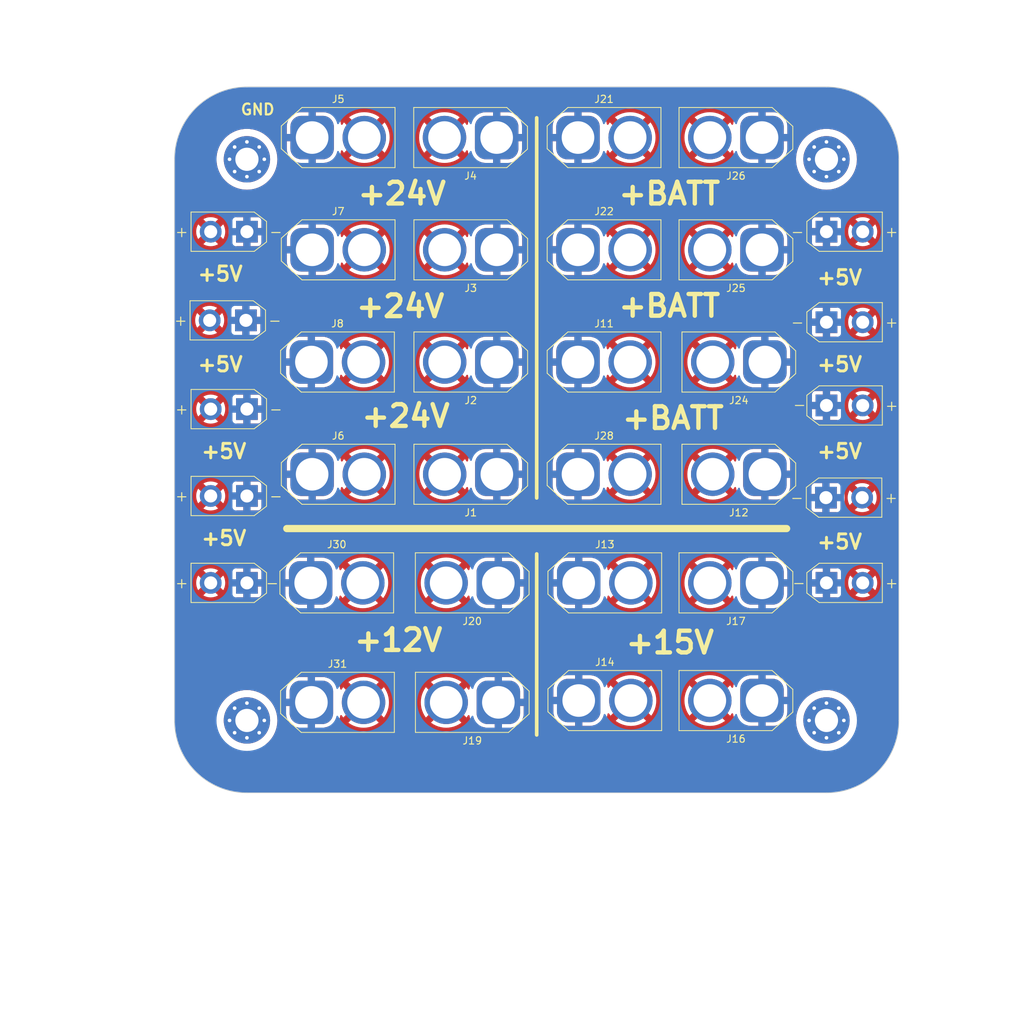
<source format=kicad_pcb>
(kicad_pcb (version 20240108) (generator "pcbnew") (generator_version "8.0")
  (title_block (title "Terminal block") (rev "1") (company "Xplore") (comment 1 "Pedro Conde"))
  (layers (0 "F.Cu" signal) (31 "B.Cu" signal) (34 "B.Paste" user) (35 "F.Paste" user) (36 "B.SilkS" user "B.Silkscreen") (37 "F.SilkS" user "F.Silkscreen") (38 "B.Mask" user) (39 "F.Mask" user) (44 "Edge.Cuts" user))
  (net 0 "")
  (net 1 "GND")
  (net 2 "+24V")
  (net 3 "+BATT")
  (net 4 "+15V")
  (net 5 "+5V")
  (net 6 "+12V")
  (footprint "Connector_AMASS:AMASS_XT60-F_1x02_P7.20mm_Vertical" (layer "F.Cu") (at 170.7 50.5)
    (property "Reference" "J21" (at 3.6 -5.3 180) (layer "F.SilkS"))
    (property "Value" "XT60F")
    (fp_line (start -4.25 -1.6) (end -4.25 1.55) (stroke (width 0.12)) (layer "F.SilkS"))
    (fp_line (start -4.25 1.55) (end -1.4 4.15) (stroke (width 0.12)) (layer "F.SilkS"))
    (fp_line (start -1.4 -4.15) (end -4.25 -1.6) (stroke (width 0.12)) (layer "F.SilkS"))
    (fp_line (start -1.4 4.15) (end 11.45 4.15) (stroke (width 0.12)) (layer "F.SilkS"))
    (fp_line (start 11.45 -4.15) (end -1.4 -4.15) (stroke (width 0.12)) (layer "F.SilkS"))
    (fp_line (start 11.45 4.15) (end 11.45 -4.15) (stroke (width 0.12)) (layer "F.SilkS"))
    (pad "1" thru_hole roundrect (at 0 0) (size 6 6) (drill 4.5) (layers "*.Cu" "*.Mask") (net 1 "GND"))
    (pad "2" thru_hole circle (at 7.2 0) (size 6 6) (drill 4.5) (layers "*.Cu" "*.Mask") (net 3 "+BATT"))
  )
  (footprint "Connector_AMASS:AMASS_XT60-F_1x02_P7.20mm_Vertical" (layer "F.Cu") (at 133.8 112)
    (property "Reference" "J30" (at 3.6 -5.3 180) (layer "F.SilkS"))
    (property "Value" "XT60F")
    (fp_line (start -4.25 -1.6) (end -4.25 1.55) (stroke (width 0.12)) (layer "F.SilkS"))
    (fp_line (start -4.25 1.55) (end -1.4 4.15) (stroke (width 0.12)) (layer "F.SilkS"))
    (fp_line (start -1.4 -4.15) (end -4.25 -1.6) (stroke (width 0.12)) (layer "F.SilkS"))
    (fp_line (start -1.4 4.15) (end 11.45 4.15) (stroke (width 0.12)) (layer "F.SilkS"))
    (fp_line (start 11.45 -4.15) (end -1.4 -4.15) (stroke (width 0.12)) (layer "F.SilkS"))
    (fp_line (start 11.45 4.15) (end 11.45 -4.15) (stroke (width 0.12)) (layer "F.SilkS"))
    (pad "1" thru_hole roundrect (at 0 0) (size 6 6) (drill 4.5) (layers "*.Cu" "*.Mask") (net 1 "GND"))
    (pad "2" thru_hole circle (at 7.2 0) (size 6 6) (drill 4.5) (layers "*.Cu" "*.Mask") (net 6 "+12V"))
  )
  (footprint "Connector_AMASS:AMASS_XT60-F_1x02_P7.20mm_Vertical" (layer "F.Cu") (at 196.1 66 180)
    (property "Reference" "J25" (at 3.6 -5.3 0) (layer "F.SilkS"))
    (property "Value" "XT60F")
    (fp_line (start 11.45 4.15) (end 11.45 -4.15) (stroke (width 0.12)) (layer "F.SilkS"))
    (fp_line (start 11.45 -4.15) (end -1.4 -4.15) (stroke (width 0.12)) (layer "F.SilkS"))
    (fp_line (start -1.4 4.15) (end 11.45 4.15) (stroke (width 0.12)) (layer "F.SilkS"))
    (fp_line (start -1.4 -4.15) (end -4.25 -1.6) (stroke (width 0.12)) (layer "F.SilkS"))
    (fp_line (start -4.25 1.55) (end -1.4 4.15) (stroke (width 0.12)) (layer "F.SilkS"))
    (fp_line (start -4.25 -1.6) (end -4.25 1.55) (stroke (width 0.12)) (layer "F.SilkS"))
    (pad "1" thru_hole roundrect (at 0 0 180) (size 6 6) (drill 4.5) (layers "*.Cu" "*.Mask") (net 1 "GND"))
    (pad "2" thru_hole circle (at 7.2 0 180) (size 6 6) (drill 4.5) (layers "*.Cu" "*.Mask") (net 3 "+BATT"))
  )
  (footprint "Connector_AMASS:AMASS_XT30UPB-M_1x02_P5.0mm_Vertical" (layer "F.Cu") (at 204.92736 100.226076)
    (property "Reference" "J44")
    (property "Value" "XT30F")
    (fp_line (start -2.71 -1.41) (end -2.71 1.41) (stroke (width 0.12)) (layer "F.SilkS"))
    (fp_line (start -2.71 -1.41) (end -1.01 -2.71) (stroke (width 0.12)) (layer "F.SilkS"))
    (fp_line (start -2.71 1.41) (end -1.01 2.71) (stroke (width 0.12)) (layer "F.SilkS"))
    (fp_line (start -1.01 -2.71) (end 7.71 -2.71) (stroke (width 0.12)) (layer "F.SilkS"))
    (fp_line (start -1.01 2.71) (end 7.71 2.71) (stroke (width 0.12)) (layer "F.SilkS"))
    (fp_line (start 7.71 -2.71) (end 7.71 2.71) (stroke (width 0.12)) (layer "F.SilkS"))
    (fp_text user "+" (at 9 0 0) (layer "F.SilkS") (effects (font (size 1.5 1.5))))
    (fp_text user "-" (at -4 0 0) (layer "F.SilkS") (effects (font (size 1.5 1.5))))
    (pad "1" thru_hole rect (at 0 0) (size 3 3) (drill 1.8) (layers "*.Cu" "*.Mask") (net 1 "GND"))
    (pad "2" thru_hole circle (at 5 0) (size 3 3) (drill 1.8) (layers "*.Cu" "*.Mask") (net 5 "+5V"))
  )
  (footprint "Connector_AMASS:AMASS_XT30UPB-M_1x02_P5.0mm_Vertical" (layer "F.Cu") (at 205 63.5)
    (property "Reference" "J41")
    (property "Value" "XT30F")
    (fp_line (start -2.71 -1.41) (end -2.71 1.41) (stroke (width 0.12)) (layer "F.SilkS"))
    (fp_line (start -2.71 -1.41) (end -1.01 -2.71) (stroke (width 0.12)) (layer "F.SilkS"))
    (fp_line (start -2.71 1.41) (end -1.01 2.71) (stroke (width 0.12)) (layer "F.SilkS"))
    (fp_line (start -1.01 -2.71) (end 7.71 -2.71) (stroke (width 0.12)) (layer "F.SilkS"))
    (fp_line (start -1.01 2.71) (end 7.71 2.71) (stroke (width 0.12)) (layer "F.SilkS"))
    (fp_line (start 7.71 -2.71) (end 7.71 2.71) (stroke (width 0.12)) (layer "F.SilkS"))
    (fp_text user "-" (at -4 0 0) (layer "F.SilkS") (effects (font (size 1.5 1.5))))
    (fp_text user "+" (at 9 0 0) (layer "F.SilkS") (effects (font (size 1.5 1.5))))
    (pad "1" thru_hole rect (at 0 0) (size 3 3) (drill 1.8) (layers "*.Cu" "*.Mask") (net 1 "GND"))
    (pad "2" thru_hole circle (at 5 0) (size 3 3) (drill 1.8) (layers "*.Cu" "*.Mask") (net 5 "+5V"))
  )
  (footprint "MountingHole:MountingHole_3.2mm_M3_Pad_Via" (layer "F.Cu") (at 125 53.5)
    (property "Reference" "H2" (hide yes))
    (property "Value" "M3")
    (pad "1" thru_hole circle (at -2.4 0) (size 0.8 0.8) (drill 0.5) (layers "*.Cu" "*.Mask"))
    (pad "1" thru_hole circle (at -1.697056 -1.697056) (size 0.8 0.8) (drill 0.5) (layers "*.Cu" "*.Mask"))
    (pad "1" thru_hole circle (at -1.697056 1.697056) (size 0.8 0.8) (drill 0.5) (layers "*.Cu" "*.Mask"))
    (pad "1" thru_hole circle (at 0 -2.4) (size 0.8 0.8) (drill 0.5) (layers "*.Cu" "*.Mask"))
    (pad "1" thru_hole circle (at 0 0) (size 6.4 6.4) (drill 3.2) (layers "*.Cu" "*.Mask"))
    (pad "1" thru_hole circle (at 0 2.4) (size 0.8 0.8) (drill 0.5) (layers "*.Cu" "*.Mask"))
    (pad "1" thru_hole circle (at 1.697056 -1.697056) (size 0.8 0.8) (drill 0.5) (layers "*.Cu" "*.Mask"))
    (pad "1" thru_hole circle (at 1.697056 1.697056) (size 0.8 0.8) (drill 0.5) (layers "*.Cu" "*.Mask"))
    (pad "1" thru_hole circle (at 2.4 0) (size 0.8 0.8) (drill 0.5) (layers "*.Cu" "*.Mask"))
  )
  (footprint "MountingHole:MountingHole_3.2mm_M3_Pad_Via" (layer "F.Cu") (at 205 53.5)
    (property "Reference" "H2" (hide yes))
    (property "Value" "M3")
    (pad "1" thru_hole circle (at -2.4 0) (size 0.8 0.8) (drill 0.5) (layers "*.Cu" "*.Mask"))
    (pad "1" thru_hole circle (at -1.697056 -1.697056) (size 0.8 0.8) (drill 0.5) (layers "*.Cu" "*.Mask"))
    (pad "1" thru_hole circle (at -1.697056 1.697056) (size 0.8 0.8) (drill 0.5) (layers "*.Cu" "*.Mask"))
    (pad "1" thru_hole circle (at 0 -2.4) (size 0.8 0.8) (drill 0.5) (layers "*.Cu" "*.Mask"))
    (pad "1" thru_hole circle (at 0 0) (size 6.4 6.4) (drill 3.2) (layers "*.Cu" "*.Mask"))
    (pad "1" thru_hole circle (at 0 2.4) (size 0.8 0.8) (drill 0.5) (layers "*.Cu" "*.Mask"))
    (pad "1" thru_hole circle (at 1.697056 -1.697056) (size 0.8 0.8) (drill 0.5) (layers "*.Cu" "*.Mask"))
    (pad "1" thru_hole circle (at 1.697056 1.697056) (size 0.8 0.8) (drill 0.5) (layers "*.Cu" "*.Mask"))
    (pad "1" thru_hole circle (at 2.4 0) (size 0.8 0.8) (drill 0.5) (layers "*.Cu" "*.Mask"))
  )
  (footprint "Connector_AMASS:AMASS_XT60-F_1x02_P7.20mm_Vertical" (layer "F.Cu") (at 196.1 112 180)
    (property "Reference" "J17" (at 3.6 -5.3 0) (layer "F.SilkS"))
    (property "Value" "XT60F")
    (fp_line (start 11.45 4.15) (end 11.45 -4.15) (stroke (width 0.12)) (layer "F.SilkS"))
    (fp_line (start 11.45 -4.15) (end -1.4 -4.15) (stroke (width 0.12)) (layer "F.SilkS"))
    (fp_line (start -1.4 4.15) (end 11.45 4.15) (stroke (width 0.12)) (layer "F.SilkS"))
    (fp_line (start -1.4 -4.15) (end -4.25 -1.6) (stroke (width 0.12)) (layer "F.SilkS"))
    (fp_line (start -4.25 1.55) (end -1.4 4.15) (stroke (width 0.12)) (layer "F.SilkS"))
    (fp_line (start -4.25 -1.6) (end -4.25 1.55) (stroke (width 0.12)) (layer "F.SilkS"))
    (pad "1" thru_hole roundrect (at 0 0 180) (size 6 6) (drill 4.5) (layers "*.Cu" "*.Mask") (net 1 "GND"))
    (pad "2" thru_hole circle (at 7.2 0 180) (size 6 6) (drill 4.5) (layers "*.Cu" "*.Mask") (net 4 "+15V"))
  )
  (footprint "Connector_AMASS:AMASS_XT60-F_1x02_P7.20mm_Vertical" (layer "F.Cu") (at 133.9 81.5)
    (property "Reference" "J8" (at 3.6 -5.3 0) (layer "F.SilkS"))
    (property "Value" "XT60F")
    (fp_line (start -4.25 -1.6) (end -4.25 1.55) (stroke (width 0.12)) (layer "F.SilkS"))
    (fp_line (start -4.25 1.55) (end -1.4 4.15) (stroke (width 0.12)) (layer "F.SilkS"))
    (fp_line (start -1.4 -4.15) (end -4.25 -1.6) (stroke (width 0.12)) (layer "F.SilkS"))
    (fp_line (start -1.4 4.15) (end 11.45 4.15) (stroke (width 0.12)) (layer "F.SilkS"))
    (fp_line (start 11.45 -4.15) (end -1.4 -4.15) (stroke (width 0.12)) (layer "F.SilkS"))
    (fp_line (start 11.45 4.15) (end 11.45 -4.15) (stroke (width 0.12)) (layer "F.SilkS"))
    (pad "1" thru_hole roundrect (at 0 0) (size 6 6) (drill 4.5) (layers "*.Cu" "*.Mask") (net 1 "GND"))
    (pad "2" thru_hole circle (at 7.2 0) (size 6 6) (drill 4.5) (layers "*.Cu" "*.Mask") (net 2 "+24V"))
  )
  (footprint "Connector_AMASS:AMASS_XT60-F_1x02_P7.20mm_Vertical" (layer "F.Cu") (at 159.708884 128.5 180)
    (property "Reference" "J19" (at 3.6 -5.3 0) (layer "F.SilkS"))
    (property "Value" "XT60F")
    (fp_line (start 11.45 4.15) (end 11.45 -4.15) (stroke (width 0.12)) (layer "F.SilkS"))
    (fp_line (start 11.45 -4.15) (end -1.4 -4.15) (stroke (width 0.12)) (layer "F.SilkS"))
    (fp_line (start -1.4 4.15) (end 11.45 4.15) (stroke (width 0.12)) (layer "F.SilkS"))
    (fp_line (start -1.4 -4.15) (end -4.25 -1.6) (stroke (width 0.12)) (layer "F.SilkS"))
    (fp_line (start -4.25 1.55) (end -1.4 4.15) (stroke (width 0.12)) (layer "F.SilkS"))
    (fp_line (start -4.25 -1.6) (end -4.25 1.55) (stroke (width 0.12)) (layer "F.SilkS"))
    (pad "1" thru_hole roundrect (at 0 0 180) (size 6 6) (drill 4.5) (layers "*.Cu" "*.Mask") (net 1 "GND"))
    (pad "2" thru_hole circle (at 7.2 0 180) (size 6 6) (drill 4.5) (layers "*.Cu" "*.Mask") (net 6 "+12V"))
  )
  (footprint "Connector_AMASS:AMASS_XT60-F_1x02_P7.20mm_Vertical" (layer "F.Cu") (at 196.5 81.5 180)
    (property "Reference" "J24" (at 3.6 -5.3 0) (layer "F.SilkS"))
    (property "Value" "XT60F")
    (fp_line (start 11.45 4.15) (end 11.45 -4.15) (stroke (width 0.12)) (layer "F.SilkS"))
    (fp_line (start 11.45 -4.15) (end -1.4 -4.15) (stroke (width 0.12)) (layer "F.SilkS"))
    (fp_line (start -1.4 4.15) (end 11.45 4.15) (stroke (width 0.12)) (layer "F.SilkS"))
    (fp_line (start -1.4 -4.15) (end -4.25 -1.6) (stroke (width 0.12)) (layer "F.SilkS"))
    (fp_line (start -4.25 1.55) (end -1.4 4.15) (stroke (width 0.12)) (layer "F.SilkS"))
    (fp_line (start -4.25 -1.6) (end -4.25 1.55) (stroke (width 0.12)) (layer "F.SilkS"))
    (pad "1" thru_hole roundrect (at 0 0 180) (size 6 6) (drill 4.5) (layers "*.Cu" "*.Mask") (net 1 "GND"))
    (pad "2" thru_hole circle (at 7.2 0 180) (size 6 6) (drill 4.5) (layers "*.Cu" "*.Mask") (net 3 "+BATT"))
  )
  (footprint "Connector_AMASS:AMASS_XT60-F_1x02_P7.20mm_Vertical" (layer "F.Cu") (at 134 50.5)
    (property "Reference" "J5" (at 3.6 -5.3 0) (layer "F.SilkS"))
    (property "Value" "XT60F")
    (fp_line (start -4.25 -1.6) (end -4.25 1.55) (stroke (width 0.12)) (layer "F.SilkS"))
    (fp_line (start -4.25 1.55) (end -1.4 4.15) (stroke (width 0.12)) (layer "F.SilkS"))
    (fp_line (start -1.4 -4.15) (end -4.25 -1.6) (stroke (width 0.12)) (layer "F.SilkS"))
    (fp_line (start -1.4 4.15) (end 11.45 4.15) (stroke (width 0.12)) (layer "F.SilkS"))
    (fp_line (start 11.45 -4.15) (end -1.4 -4.15) (stroke (width 0.12)) (layer "F.SilkS"))
    (fp_line (start 11.45 4.15) (end 11.45 -4.15) (stroke (width 0.12)) (layer "F.SilkS"))
    (pad "1" thru_hole roundrect (at 0 0) (size 6 6) (drill 4.5) (layers "*.Cu" "*.Mask") (net 1 "GND"))
    (pad "2" thru_hole circle (at 7.2 0) (size 6 6) (drill 4.5) (layers "*.Cu" "*.Mask") (net 2 "+24V"))
  )
  (footprint "Connector_AMASS:AMASS_XT60-F_1x02_P7.20mm_Vertical" (layer "F.Cu") (at 196.1 128.25 180)
    (property "Reference" "J16" (at 3.6 -5.3 0) (layer "F.SilkS"))
    (property "Value" "XT60F")
    (fp_line (start 11.45 4.15) (end 11.45 -4.15) (stroke (width 0.12)) (layer "F.SilkS"))
    (fp_line (start 11.45 -4.15) (end -1.4 -4.15) (stroke (width 0.12)) (layer "F.SilkS"))
    (fp_line (start -1.4 4.15) (end 11.45 4.15) (stroke (width 0.12)) (layer "F.SilkS"))
    (fp_line (start -1.4 -4.15) (end -4.25 -1.6) (stroke (width 0.12)) (layer "F.SilkS"))
    (fp_line (start -4.25 1.55) (end -1.4 4.15) (stroke (width 0.12)) (layer "F.SilkS"))
    (fp_line (start -4.25 -1.6) (end -4.25 1.55) (stroke (width 0.12)) (layer "F.SilkS"))
    (pad "1" thru_hole roundrect (at 0 0 180) (size 6 6) (drill 4.5) (layers "*.Cu" "*.Mask") (net 1 "GND"))
    (pad "2" thru_hole circle (at 7.2 0 180) (size 6 6) (drill 4.5) (layers "*.Cu" "*.Mask") (net 4 "+15V"))
  )
  (footprint "Connector_AMASS:AMASS_XT30UPB-M_1x02_P5.0mm_Vertical" (layer "F.Cu") (at 124.860151 75.744735 180)
    (property "Reference" "J34")
    (property "Value" "XT30F")
    (fp_line (start 7.71 -2.71) (end 7.71 2.71) (stroke (width 0.12)) (layer "F.SilkS"))
    (fp_line (start -1.01 2.71) (end 7.71 2.71) (stroke (width 0.12)) (layer "F.SilkS"))
    (fp_line (start -1.01 -2.71) (end 7.71 -2.71) (stroke (width 0.12)) (layer "F.SilkS"))
    (fp_line (start -2.71 1.41) (end -1.01 2.71) (stroke (width 0.12)) (layer "F.SilkS"))
    (fp_line (start -2.71 -1.41) (end -1.01 -2.71) (stroke (width 0.12)) (layer "F.SilkS"))
    (fp_line (start -2.71 -1.41) (end -2.71 1.41) (stroke (width 0.12)) (layer "F.SilkS"))
    (fp_text user "+" (at 9 0 0) (layer "F.SilkS") (effects (font (size 1.5 1.5))))
    (fp_text user "-" (at -4 0 0) (layer "F.SilkS") (effects (font (size 1.5 1.5))))
    (pad "1" thru_hole rect (at 0 0 180) (size 3 3) (drill 1.8) (layers "*.Cu" "*.Mask") (net 1 "GND"))
    (pad "2" thru_hole circle (at 5 0 180) (size 3 3) (drill 1.8) (layers "*.Cu" "*.Mask") (net 5 "+5V"))
  )
  (footprint "Connector_AMASS:AMASS_XT60-F_1x02_P7.20mm_Vertical" (layer "F.Cu") (at 133.9 128.5)
    (property "Reference" "J31" (at 3.6 -5.3 180) (layer "F.SilkS"))
    (property "Value" "XT60F")
    (fp_line (start -4.25 -1.6) (end -4.25 1.55) (stroke (width 0.12)) (layer "F.SilkS"))
    (fp_line (start -4.25 1.55) (end -1.4 4.15) (stroke (width 0.12)) (layer "F.SilkS"))
    (fp_line (start -1.4 -4.15) (end -4.25 -1.6) (stroke (width 0.12)) (layer "F.SilkS"))
    (fp_line (start -1.4 4.15) (end 11.45 4.15) (stroke (width 0.12)) (layer "F.SilkS"))
    (fp_line (start 11.45 -4.15) (end -1.4 -4.15) (stroke (width 0.12)) (layer "F.SilkS"))
    (fp_line (start 11.45 4.15) (end 11.45 -4.15) (stroke (width 0.12)) (layer "F.SilkS"))
    (pad "1" thru_hole roundrect (at 0 0) (size 6 6) (drill 4.5) (layers "*.Cu" "*.Mask") (net 1 "GND"))
    (pad "2" thru_hole circle (at 7.2 0) (size 6 6) (drill 4.5) (layers "*.Cu" "*.Mask") (net 6 "+12V"))
  )
  (footprint "MountingHole:MountingHole_3.2mm_M3_Pad_Via" (layer "F.Cu") (at 125 131)
    (property "Reference" "H2" (hide yes))
    (property "Value" "M3")
    (pad "1" thru_hole circle (at -2.4 0) (size 0.8 0.8) (drill 0.5) (layers "*.Cu" "*.Mask"))
    (pad "1" thru_hole circle (at -1.697056 -1.697056) (size 0.8 0.8) (drill 0.5) (layers "*.Cu" "*.Mask"))
    (pad "1" thru_hole circle (at -1.697056 1.697056) (size 0.8 0.8) (drill 0.5) (layers "*.Cu" "*.Mask"))
    (pad "1" thru_hole circle (at 0 -2.4) (size 0.8 0.8) (drill 0.5) (layers "*.Cu" "*.Mask"))
    (pad "1" thru_hole circle (at 0 0) (size 6.4 6.4) (drill 3.2) (layers "*.Cu" "*.Mask"))
    (pad "1" thru_hole circle (at 0 2.4) (size 0.8 0.8) (drill 0.5) (layers "*.Cu" "*.Mask"))
    (pad "1" thru_hole circle (at 1.697056 -1.697056) (size 0.8 0.8) (drill 0.5) (layers "*.Cu" "*.Mask"))
    (pad "1" thru_hole circle (at 1.697056 1.697056) (size 0.8 0.8) (drill 0.5) (layers "*.Cu" "*.Mask"))
    (pad "1" thru_hole circle (at 2.4 0) (size 0.8 0.8) (drill 0.5) (layers "*.Cu" "*.Mask"))
  )
  (footprint "Connector_AMASS:AMASS_XT60-F_1x02_P7.20mm_Vertical" (layer "F.Cu") (at 134 66)
    (property "Reference" "J7" (at 3.6 -5.3 0) (layer "F.SilkS"))
    (property "Value" "XT60F")
    (fp_line (start -4.25 -1.6) (end -4.25 1.55) (stroke (width 0.12)) (layer "F.SilkS"))
    (fp_line (start -4.25 1.55) (end -1.4 4.15) (stroke (width 0.12)) (layer "F.SilkS"))
    (fp_line (start -1.4 -4.15) (end -4.25 -1.6) (stroke (width 0.12)) (layer "F.SilkS"))
    (fp_line (start -1.4 4.15) (end 11.45 4.15) (stroke (width 0.12)) (layer "F.SilkS"))
    (fp_line (start 11.45 -4.15) (end -1.4 -4.15) (stroke (width 0.12)) (layer "F.SilkS"))
    (fp_line (start 11.45 4.15) (end 11.45 -4.15) (stroke (width 0.12)) (layer "F.SilkS"))
    (pad "1" thru_hole roundrect (at 0 0) (size 6 6) (drill 4.5) (layers "*.Cu" "*.Mask") (net 1 "GND"))
    (pad "2" thru_hole circle (at 7.2 0) (size 6 6) (drill 4.5) (layers "*.Cu" "*.Mask") (net 2 "+24V"))
  )
  (footprint "Connector_AMASS:AMASS_XT60-F_1x02_P7.20mm_Vertical" (layer "F.Cu") (at 170.8 128.25)
    (property "Reference" "J14" (at 3.6 -5.3 180) (layer "F.SilkS"))
    (property "Value" "XT60F")
    (fp_line (start -4.25 -1.6) (end -4.25 1.55) (stroke (width 0.12)) (layer "F.SilkS"))
    (fp_line (start -4.25 1.55) (end -1.4 4.15) (stroke (width 0.12)) (layer "F.SilkS"))
    (fp_line (start -1.4 -4.15) (end -4.25 -1.6) (stroke (width 0.12)) (layer "F.SilkS"))
    (fp_line (start -1.4 4.15) (end 11.45 4.15) (stroke (width 0.12)) (layer "F.SilkS"))
    (fp_line (start 11.45 -4.15) (end -1.4 -4.15) (stroke (width 0.12)) (layer "F.SilkS"))
    (fp_line (start 11.45 4.15) (end 11.45 -4.15) (stroke (width 0.12)) (layer "F.SilkS"))
    (pad "1" thru_hole roundrect (at 0 0) (size 6 6) (drill 4.5) (layers "*.Cu" "*.Mask") (net 1 "GND"))
    (pad "2" thru_hole circle (at 7.2 0) (size 6 6) (drill 4.5) (layers "*.Cu" "*.Mask") (net 4 "+15V"))
  )
  (footprint "Connector_AMASS:AMASS_XT60-F_1x02_P7.20mm_Vertical" (layer "F.Cu") (at 159.5 81.5 180)
    (property "Reference" "J2" (at 3.6 -5.3 0) (layer "F.SilkS"))
    (property "Value" "XT60F")
    (fp_line (start 11.45 4.15) (end 11.45 -4.15) (stroke (width 0.12)) (layer "F.SilkS"))
    (fp_line (start 11.45 -4.15) (end -1.4 -4.15) (stroke (width 0.12)) (layer "F.SilkS"))
    (fp_line (start -1.4 4.15) (end 11.45 4.15) (stroke (width 0.12)) (layer "F.SilkS"))
    (fp_line (start -1.4 -4.15) (end -4.25 -1.6) (stroke (width 0.12)) (layer "F.SilkS"))
    (fp_line (start -4.25 1.55) (end -1.4 4.15) (stroke (width 0.12)) (layer "F.SilkS"))
    (fp_line (start -4.25 -1.6) (end -4.25 1.55) (stroke (width 0.12)) (layer "F.SilkS"))
    (pad "1" thru_hole roundrect (at 0 0 180) (size 6 6) (drill 4.5) (layers "*.Cu" "*.Mask") (net 1 "GND"))
    (pad "2" thru_hole circle (at 7.2 0 180) (size 6 6) (drill 4.5) (layers "*.Cu" "*.Mask") (net 2 "+24V"))
  )
  (footprint "Connector_AMASS:AMASS_XT60-F_1x02_P7.20mm_Vertical" (layer "F.Cu") (at 159.7 112 180)
    (property "Reference" "J20" (at 3.6 -5.3 0) (layer "F.SilkS"))
    (property "Value" "XT60F")
    (fp_line (start 11.45 4.15) (end 11.45 -4.15) (stroke (width 0.12)) (layer "F.SilkS"))
    (fp_line (start 11.45 -4.15) (end -1.4 -4.15) (stroke (width 0.12)) (layer "F.SilkS"))
    (fp_line (start -1.4 4.15) (end 11.45 4.15) (stroke (width 0.12)) (layer "F.SilkS"))
    (fp_line (start -1.4 -4.15) (end -4.25 -1.6) (stroke (width 0.12)) (layer "F.SilkS"))
    (fp_line (start -4.25 1.55) (end -1.4 4.15) (stroke (width 0.12)) (layer "F.SilkS"))
    (fp_line (start -4.25 -1.6) (end -4.25 1.55) (stroke (width 0.12)) (layer "F.SilkS"))
    (pad "1" thru_hole roundrect (at 0 0 180) (size 6 6) (drill 4.5) (layers "*.Cu" "*.Mask") (net 1 "GND"))
    (pad "2" thru_hole circle (at 7.2 0 180) (size 6 6) (drill 4.5) (layers "*.Cu" "*.Mask") (net 6 "+12V"))
  )
  (footprint "Connector_AMASS:AMASS_XT60-F_1x02_P7.20mm_Vertical" (layer "F.Cu") (at 170.7 97)
    (property "Reference" "J28" (at 3.6 -5.3 180) (layer "F.SilkS"))
    (property "Value" "XT60F")
    (fp_line (start -4.25 -1.6) (end -4.25 1.55) (stroke (width 0.12)) (layer "F.SilkS"))
    (fp_line (start -4.25 1.55) (end -1.4 4.15) (stroke (width 0.12)) (layer "F.SilkS"))
    (fp_line (start -1.4 -4.15) (end -4.25 -1.6) (stroke (width 0.12)) (layer "F.SilkS"))
    (fp_line (start -1.4 4.15) (end 11.45 4.15) (stroke (width 0.12)) (layer "F.SilkS"))
    (fp_line (start 11.45 -4.15) (end -1.4 -4.15) (stroke (width 0.12)) (layer "F.SilkS"))
    (fp_line (start 11.45 4.15) (end 11.45 -4.15) (stroke (width 0.12)) (layer "F.SilkS"))
    (pad "1" thru_hole roundrect (at 0 0) (size 6 6) (drill 4.5) (layers "*.Cu" "*.Mask") (net 1 "GND"))
    (pad "2" thru_hole circle (at 7.2 0) (size 6 6) (drill 4.5) (layers "*.Cu" "*.Mask") (net 3 "+BATT"))
  )
  (footprint "Connector_AMASS:AMASS_XT60-F_1x02_P7.20mm_Vertical" (layer "F.Cu") (at 159.5 97 180)
    (property "Reference" "J1" (at 3.6 -5.3 0) (layer "F.SilkS"))
    (property "Value" "XT60F")
    (fp_line (start 11.45 4.15) (end 11.45 -4.15) (stroke (width 0.12)) (layer "F.SilkS"))
    (fp_line (start 11.45 -4.15) (end -1.4 -4.15) (stroke (width 0.12)) (layer "F.SilkS"))
    (fp_line (start -1.4 4.15) (end 11.45 4.15) (stroke (width 0.12)) (layer "F.SilkS"))
    (fp_line (start -1.4 -4.15) (end -4.25 -1.6) (stroke (width 0.12)) (layer "F.SilkS"))
    (fp_line (start -4.25 1.55) (end -1.4 4.15) (stroke (width 0.12)) (layer "F.SilkS"))
    (fp_line (start -4.25 -1.6) (end -4.25 1.55) (stroke (width 0.12)) (layer "F.SilkS"))
    (pad "1" thru_hole roundrect (at 0 0 180) (size 6 6) (drill 4.5) (layers "*.Cu" "*.Mask") (net 1 "GND"))
    (pad "2" thru_hole circle (at 7.2 0 180) (size 6 6) (drill 4.5) (layers "*.Cu" "*.Mask") (net 2 "+24V"))
  )
  (footprint "MountingHole:MountingHole_3.2mm_M3_Pad_Via" (layer "F.Cu") (at 205 131)
    (property "Reference" "H2" (hide yes))
    (property "Value" "M3")
    (pad "1" thru_hole circle (at -2.4 0) (size 0.8 0.8) (drill 0.5) (layers "*.Cu" "*.Mask"))
    (pad "1" thru_hole circle (at -1.697056 -1.697056) (size 0.8 0.8) (drill 0.5) (layers "*.Cu" "*.Mask"))
    (pad "1" thru_hole circle (at -1.697056 1.697056) (size 0.8 0.8) (drill 0.5) (layers "*.Cu" "*.Mask"))
    (pad "1" thru_hole circle (at 0 -2.4) (size 0.8 0.8) (drill 0.5) (layers "*.Cu" "*.Mask"))
    (pad "1" thru_hole circle (at 0 0) (size 6.4 6.4) (drill 3.2) (layers "*.Cu" "*.Mask"))
    (pad "1" thru_hole circle (at 0 2.4) (size 0.8 0.8) (drill 0.5) (layers "*.Cu" "*.Mask"))
    (pad "1" thru_hole circle (at 1.697056 -1.697056) (size 0.8 0.8) (drill 0.5) (layers "*.Cu" "*.Mask"))
    (pad "1" thru_hole circle (at 1.697056 1.697056) (size 0.8 0.8) (drill 0.5) (layers "*.Cu" "*.Mask"))
    (pad "1" thru_hole circle (at 2.4 0) (size 0.8 0.8) (drill 0.5) (layers "*.Cu" "*.Mask"))
  )
  (footprint "Connector_AMASS:AMASS_XT30UPB-M_1x02_P5.0mm_Vertical" (layer "F.Cu") (at 125 100 180)
    (property "Reference" "J36")
    (property "Value" "XT30F")
    (fp_line (start 7.71 -2.71) (end 7.71 2.71) (stroke (width 0.12)) (layer "F.SilkS"))
    (fp_line (start -1.01 2.71) (end 7.71 2.71) (stroke (width 0.12)) (layer "F.SilkS"))
    (fp_line (start -1.01 -2.71) (end 7.71 -2.71) (stroke (width 0.12)) (layer "F.SilkS"))
    (fp_line (start -2.71 1.41) (end -1.01 2.71) (stroke (width 0.12)) (layer "F.SilkS"))
    (fp_line (start -2.71 -1.41) (end -1.01 -2.71) (stroke (width 0.12)) (layer "F.SilkS"))
    (fp_line (start -2.71 -1.41) (end -2.71 1.41) (stroke (width 0.12)) (layer "F.SilkS"))
    (fp_text user "-" (at -4 0 0) (layer "F.SilkS") (effects (font (size 1.5 1.5))))
    (fp_text user "+" (at 9 0 0) (layer "F.SilkS") (effects (font (size 1.5 1.5))))
    (pad "1" thru_hole rect (at 0 0 180) (size 3 3) (drill 1.8) (layers "*.Cu" "*.Mask") (net 1 "GND"))
    (pad "2" thru_hole circle (at 5 0 180) (size 3 3) (drill 1.8) (layers "*.Cu" "*.Mask") (net 5 "+5V"))
  )
  (footprint "Connector_AMASS:AMASS_XT60-F_1x02_P7.20mm_Vertical" (layer "F.Cu") (at 196.1 50.5 180)
    (property "Reference" "J26" (at 3.6 -5.3 0) (layer "F.SilkS"))
    (property "Value" "XT60F")
    (fp_line (start 11.45 4.15) (end 11.45 -4.15) (stroke (width 0.12)) (layer "F.SilkS"))
    (fp_line (start 11.45 -4.15) (end -1.4 -4.15) (stroke (width 0.12)) (layer "F.SilkS"))
    (fp_line (start -1.4 4.15) (end 11.45 4.15) (stroke (width 0.12)) (layer "F.SilkS"))
    (fp_line (start -1.4 -4.15) (end -4.25 -1.6) (stroke (width 0.12)) (layer "F.SilkS"))
    (fp_line (start -4.25 1.55) (end -1.4 4.15) (stroke (width 0.12)) (layer "F.SilkS"))
    (fp_line (start -4.25 -1.6) (end -4.25 1.55) (stroke (width 0.12)) (layer "F.SilkS"))
    (pad "1" thru_hole roundrect (at 0 0 180) (size 6 6) (drill 4.5) (layers "*.Cu" "*.Mask") (net 1 "GND"))
    (pad "2" thru_hole circle (at 7.2 0 180) (size 6 6) (drill 4.5) (layers "*.Cu" "*.Mask") (net 3 "+BATT"))
  )
  (footprint "Connector_AMASS:AMASS_XT30UPB-M_1x02_P5.0mm_Vertical" (layer "F.Cu") (at 125 112 180)
    (property "Reference" "J37")
    (property "Value" "XT30F")
    (fp_line (start 7.71 -2.71) (end 7.71 2.71) (stroke (width 0.12)) (layer "F.SilkS"))
    (fp_line (start -1.01 2.71) (end 7.71 2.71) (stroke (width 0.12)) (layer "F.SilkS"))
    (fp_line (start -1.01 -2.71) (end 7.71 -2.71) (stroke (width 0.12)) (layer "F.SilkS"))
    (fp_line (start -2.71 1.41) (end -1.01 2.71) (stroke (width 0.12)) (layer "F.SilkS"))
    (fp_line (start -2.71 -1.41) (end -1.01 -2.71) (stroke (width 0.12)) (layer "F.SilkS"))
    (fp_line (start -2.71 -1.41) (end -2.71 1.41) (stroke (width 0.12)) (layer "F.SilkS"))
    (fp_text user "-" (at -3.5 0 0) (layer "F.SilkS") (effects (font (size 1.5 1.5))))
    (fp_text user "+" (at 9 0 0) (layer "F.SilkS") (effects (font (size 1.5 1.5))))
    (pad "1" thru_hole rect (at 0 0 180) (size 3 3) (drill 1.8) (layers "*.Cu" "*.Mask") (net 1 "GND"))
    (pad "2" thru_hole circle (at 5 0 180) (size 3 3) (drill 1.8) (layers "*.Cu" "*.Mask") (net 5 "+5V"))
  )
  (footprint "Connector_AMASS:AMASS_XT30UPB-M_1x02_P5.0mm_Vertical" (layer "F.Cu") (at 205 112)
    (property "Reference" "J45")
    (property "Value" "XT30F")
    (fp_line (start -2.71 -1.41) (end -2.71 1.41) (stroke (width 0.12)) (layer "F.SilkS"))
    (fp_line (start -2.71 -1.41) (end -1.01 -2.71) (stroke (width 0.12)) (layer "F.SilkS"))
    (fp_line (start -2.71 1.41) (end -1.01 2.71) (stroke (width 0.12)) (layer "F.SilkS"))
    (fp_line (start -1.01 -2.71) (end 7.71 -2.71) (stroke (width 0.12)) (layer "F.SilkS"))
    (fp_line (start -1.01 2.71) (end 7.71 2.71) (stroke (width 0.12)) (layer "F.SilkS"))
    (fp_line (start 7.71 -2.71) (end 7.71 2.71) (stroke (width 0.12)) (layer "F.SilkS"))
    (fp_text user "-" (at -3.807582 -0.017456 0) (layer "F.SilkS") (effects (font (size 1.5 1.5))))
    (fp_text user "+" (at 9 0 0) (layer "F.SilkS") (effects (font (size 1.5 1.5))))
    (pad "1" thru_hole rect (at 0 0) (size 3 3) (drill 1.8) (layers "*.Cu" "*.Mask") (net 1 "GND"))
    (pad "2" thru_hole circle (at 5 0) (size 3 3) (drill 1.8) (layers "*.Cu" "*.Mask") (net 5 "+5V"))
  )
  (footprint "Connector_AMASS:AMASS_XT30UPB-M_1x02_P5.0mm_Vertical" (layer "F.Cu") (at 205 87.5)
    (property "Reference" "J43")
    (property "Value" "XT30F")
    (fp_line (start -2.71 -1.41) (end -2.71 1.41) (stroke (width 0.12)) (layer "F.SilkS"))
    (fp_line (start -2.71 -1.41) (end -1.01 -2.71) (stroke (width 0.12)) (layer "F.SilkS"))
    (fp_line (start -2.71 1.41) (end -1.01 2.71) (stroke (width 0.12)) (layer "F.SilkS"))
    (fp_line (start -1.01 -2.71) (end 7.71 -2.71) (stroke (width 0.12)) (layer "F.SilkS"))
    (fp_line (start -1.01 2.71) (end 7.71 2.71) (stroke (width 0.12)) (layer "F.SilkS"))
    (fp_line (start 7.71 -2.71) (end 7.71 2.71) (stroke (width 0.12)) (layer "F.SilkS"))
    (fp_text user "-" (at -3.716292 -0.115944 0) (layer "F.SilkS") (effects (font (size 1.5 1.5))))
    (fp_text user "+" (at 9 0 0) (layer "F.SilkS") (effects (font (size 1.5 1.5))))
    (pad "1" thru_hole rect (at 0 0) (size 3 3) (drill 1.8) (layers "*.Cu" "*.Mask") (net 1 "GND"))
    (pad "2" thru_hole circle (at 5 0) (size 3 3) (drill 1.8) (layers "*.Cu" "*.Mask") (net 5 "+5V"))
  )
  (footprint "Connector_AMASS:AMASS_XT30UPB-M_1x02_P5.0mm_Vertical" (layer "F.Cu") (at 205 76)
    (property "Reference" "J42")
    (property "Value" "XT30F")
    (fp_line (start -2.71 -1.41) (end -2.71 1.41) (stroke (width 0.12)) (layer "F.SilkS"))
    (fp_line (start -2.71 -1.41) (end -1.01 -2.71) (stroke (width 0.12)) (layer "F.SilkS"))
    (fp_line (start -2.71 1.41) (end -1.01 2.71) (stroke (width 0.12)) (layer "F.SilkS"))
    (fp_line (start -1.01 -2.71) (end 7.71 -2.71) (stroke (width 0.12)) (layer "F.SilkS"))
    (fp_line (start -1.01 2.71) (end 7.71 2.71) (stroke (width 0.12)) (layer "F.SilkS"))
    (fp_line (start 7.71 -2.71) (end 7.71 2.71) (stroke (width 0.12)) (layer "F.SilkS"))
    (fp_text user "-" (at -4 0 0) (layer "F.SilkS") (effects (font (size 1.5 1.5))))
    (fp_text user "+" (at 9 0 0) (layer "F.SilkS") (effects (font (size 1.5 1.5))))
    (pad "1" thru_hole rect (at 0 0) (size 3 3) (drill 1.8) (layers "*.Cu" "*.Mask") (net 1 "GND"))
    (pad "2" thru_hole circle (at 5 0) (size 3 3) (drill 1.8) (layers "*.Cu" "*.Mask") (net 5 "+5V"))
  )
  (footprint "Connector_AMASS:AMASS_XT30UPB-F_1x02_P5.0mm_Vertical" (layer "F.Cu") (at 125 63.5 180)
    (property "Reference" "J33")
    (property "Value" "XT30F")
    (fp_line (start 7.71 -2.71) (end 7.71 2.71) (stroke (width 0.12)) (layer "F.SilkS"))
    (fp_line (start -1.01 2.71) (end 7.71 2.71) (stroke (width 0.12)) (layer "F.SilkS"))
    (fp_line (start -1.01 -2.71) (end 7.71 -2.71) (stroke (width 0.12)) (layer "F.SilkS"))
    (fp_line (start -2.71 1.41) (end -1.01 2.71) (stroke (width 0.12)) (layer "F.SilkS"))
    (fp_line (start -2.71 -1.41) (end -1.01 -2.71) (stroke (width 0.12)) (layer "F.SilkS"))
    (fp_line (start -2.71 -1.41) (end -2.71 1.41) (stroke (width 0.12)) (layer "F.SilkS"))
    (fp_text user "-" (at -4 0 0) (layer "F.SilkS") (effects (font (size 1.5 1.5))))
    (fp_text user "+" (at 9 0 0) (layer "F.SilkS") (effects (font (size 1.5 1.5))))
    (pad "1" thru_hole rect (at 0 0 180) (size 3 3) (drill 1.8) (layers "*.Cu" "*.Mask") (net 1 "GND"))
    (pad "2" thru_hole circle (at 5 0 180) (size 3 3) (drill 1.8) (layers "*.Cu" "*.Mask") (net 5 "+5V"))
  )
  (footprint "Connector_AMASS:AMASS_XT30UPB-M_1x02_P5.0mm_Vertical" (layer "F.Cu") (at 125 88 180)
    (property "Reference" "J35")
    (property "Value" "XT30F")
    (fp_line (start 7.71 -2.71) (end 7.71 2.71) (stroke (width 0.12)) (layer "F.SilkS"))
    (fp_line (start -1.01 2.71) (end 7.71 2.71) (stroke (width 0.12)) (layer "F.SilkS"))
    (fp_line (start -1.01 -2.71) (end 7.71 -2.71) (stroke (width 0.12)) (layer "F.SilkS"))
    (fp_line (start -2.71 1.41) (end -1.01 2.71) (stroke (width 0.12)) (layer "F.SilkS"))
    (fp_line (start -2.71 -1.41) (end -1.01 -2.71) (stroke (width 0.12)) (layer "F.SilkS"))
    (fp_line (start -2.71 -1.41) (end -2.71 1.41) (stroke (width 0.12)) (layer "F.SilkS"))
    (fp_text user "-" (at -4 0 0) (layer "F.SilkS") (effects (font (size 1.5 1.5))))
    (fp_text user "+" (at 9 0 0) (layer "F.SilkS") (effects (font (size 1.5 1.5))))
    (pad "1" thru_hole rect (at 0 0 180) (size 3 3) (drill 1.8) (layers "*.Cu" "*.Mask") (net 1 "GND"))
    (pad "2" thru_hole circle (at 5 0 180) (size 3 3) (drill 1.8) (layers "*.Cu" "*.Mask") (net 5 "+5V"))
  )
  (footprint "Connector_AMASS:AMASS_XT60-F_1x02_P7.20mm_Vertical" (layer "F.Cu") (at 170.7 66)
    (property "Reference" "J22" (at 3.6 -5.3 180) (layer "F.SilkS"))
    (property "Value" "XT60F")
    (fp_line (start -4.25 -1.6) (end -4.25 1.55) (stroke (width 0.12)) (layer "F.SilkS"))
    (fp_line (start -4.25 1.55) (end -1.4 4.15) (stroke (width 0.12)) (layer "F.SilkS"))
    (fp_line (start -1.4 -4.15) (end -4.25 -1.6) (stroke (width 0.12)) (layer "F.SilkS"))
    (fp_line (start -1.4 4.15) (end 11.45 4.15) (stroke (width 0.12)) (layer "F.SilkS"))
    (fp_line (start 11.45 -4.15) (end -1.4 -4.15) (stroke (width 0.12)) (layer "F.SilkS"))
    (fp_line (start 11.45 4.15) (end 11.45 -4.15) (stroke (width 0.12)) (layer "F.SilkS"))
    (pad "1" thru_hole roundrect (at 0 0) (size 6 6) (drill 4.5) (layers "*.Cu" "*.Mask") (net 1 "GND"))
    (pad "2" thru_hole circle (at 7.2 0) (size 6 6) (drill 4.5) (layers "*.Cu" "*.Mask") (net 3 "+BATT"))
  )
  (footprint "Connector_AMASS:AMASS_XT60-F_1x02_P7.20mm_Vertical" (layer "F.Cu") (at 159.5 66 180)
    (property "Reference" "J3" (at 3.6 -5.3 0) (layer "F.SilkS"))
    (property "Value" "XT60F")
    (fp_line (start 11.45 4.15) (end 11.45 -4.15) (stroke (width 0.12)) (layer "F.SilkS"))
    (fp_line (start 11.45 -4.15) (end -1.4 -4.15) (stroke (width 0.12)) (layer "F.SilkS"))
    (fp_line (start -1.4 4.15) (end 11.45 4.15) (stroke (width 0.12)) (layer "F.SilkS"))
    (fp_line (start -1.4 -4.15) (end -4.25 -1.6) (stroke (width 0.12)) (layer "F.SilkS"))
    (fp_line (start -4.25 1.55) (end -1.4 4.15) (stroke (width 0.12)) (layer "F.SilkS"))
    (fp_line (start -4.25 -1.6) (end -4.25 1.55) (stroke (width 0.12)) (layer "F.SilkS"))
    (pad "1" thru_hole roundrect (at 0 0 180) (size 6 6) (drill 4.5) (layers "*.Cu" "*.Mask") (net 1 "GND"))
    (pad "2" thru_hole circle (at 7.2 0 180) (size 6 6) (drill 4.5) (layers "*.Cu" "*.Mask") (net 2 "+24V"))
  )
  (footprint "Connector_AMASS:AMASS_XT60-F_1x02_P7.20mm_Vertical" (layer "F.Cu") (at 170.8 112)
    (property "Reference" "J13" (at 3.6 -5.3 180) (layer "F.SilkS"))
    (property "Value" "XT60F")
    (fp_line (start -4.25 -1.6) (end -4.25 1.55) (stroke (width 0.12)) (layer "F.SilkS"))
    (fp_line (start -4.25 1.55) (end -1.4 4.15) (stroke (width 0.12)) (layer "F.SilkS"))
    (fp_line (start -1.4 -4.15) (end -4.25 -1.6) (stroke (width 0.12)) (layer "F.SilkS"))
    (fp_line (start -1.4 4.15) (end 11.45 4.15) (stroke (width 0.12)) (layer "F.SilkS"))
    (fp_line (start 11.45 -4.15) (end -1.4 -4.15) (stroke (width 0.12)) (layer "F.SilkS"))
    (fp_line (start 11.45 4.15) (end 11.45 -4.15) (stroke (width 0.12)) (layer "F.SilkS"))
    (pad "1" thru_hole roundrect (at 0 0) (size 6 6) (drill 4.5) (layers "*.Cu" "*.Mask") (net 1 "GND"))
    (pad "2" thru_hole circle (at 7.2 0) (size 6 6) (drill 4.5) (layers "*.Cu" "*.Mask") (net 4 "+15V"))
  )
  (footprint "Connector_AMASS:AMASS_XT60-F_1x02_P7.20mm_Vertical" (layer "F.Cu") (at 159.473851 50.5 180)
    (property "Reference" "J4" (at 3.6 -5.3 0) (layer "F.SilkS"))
    (property "Value" "XT60F")
    (fp_line (start 11.45 4.15) (end 11.45 -4.15) (stroke (width 0.12)) (layer "F.SilkS"))
    (fp_line (start 11.45 -4.15) (end -1.4 -4.15) (stroke (width 0.12)) (layer "F.SilkS"))
    (fp_line (start -1.4 4.15) (end 11.45 4.15) (stroke (width 0.12)) (layer "F.SilkS"))
    (fp_line (start -1.4 -4.15) (end -4.25 -1.6) (stroke (width 0.12)) (layer "F.SilkS"))
    (fp_line (start -4.25 1.55) (end -1.4 4.15) (stroke (width 0.12)) (layer "F.SilkS"))
    (fp_line (start -4.25 -1.6) (end -4.25 1.55) (stroke (width 0.12)) (layer "F.SilkS"))
    (pad "1" thru_hole roundrect (at 0 0 180) (size 6 6) (drill 4.5) (layers "*.Cu" "*.Mask") (net 1 "GND"))
    (pad "2" thru_hole circle (at 7.2 0 180) (size 6 6) (drill 4.5) (layers "*.Cu" "*.Mask") (net 2 "+24V"))
  )
  (footprint "Connector_AMASS:AMASS_XT60-F_1x02_P7.20mm_Vertical" (layer "F.Cu") (at 196.5 97 180)
    (property "Reference" "J12" (at 3.6 -5.3 0) (layer "F.SilkS"))
    (property "Value" "XT60F")
    (fp_line (start 11.45 4.15) (end 11.45 -4.15) (stroke (width 0.12)) (layer "F.SilkS"))
    (fp_line (start 11.45 -4.15) (end -1.4 -4.15) (stroke (width 0.12)) (layer "F.SilkS"))
    (fp_line (start -1.4 4.15) (end 11.45 4.15) (stroke (width 0.12)) (layer "F.SilkS"))
    (fp_line (start -1.4 -4.15) (end -4.25 -1.6) (stroke (width 0.12)) (layer "F.SilkS"))
    (fp_line (start -4.25 1.55) (end -1.4 4.15) (stroke (width 0.12)) (layer "F.SilkS"))
    (fp_line (start -4.25 -1.6) (end -4.25 1.55) (stroke (width 0.12)) (layer "F.SilkS"))
    (pad "1" thru_hole roundrect (at 0 0 180) (size 6 6) (drill 4.5) (layers "*.Cu" "*.Mask") (net 1 "GND"))
    (pad "2" thru_hole circle (at 7.2 0 180) (size 6 6) (drill 4.5) (layers "*.Cu" "*.Mask") (net 3 "+BATT"))
  )
  (footprint "Connector_AMASS:AMASS_XT60-F_1x02_P7.20mm_Vertical" (layer "F.Cu") (at 170.7 81.5)
    (property "Reference" "J11" (at 3.6 -5.3 180) (layer "F.SilkS"))
    (property "Value" "XT60F")
    (fp_line (start -4.25 -1.6) (end -4.25 1.55) (stroke (width 0.12)) (layer "F.SilkS"))
    (fp_line (start -4.25 1.55) (end -1.4 4.15) (stroke (width 0.12)) (layer "F.SilkS"))
    (fp_line (start -1.4 -4.15) (end -4.25 -1.6) (stroke (width 0.12)) (layer "F.SilkS"))
    (fp_line (start -1.4 4.15) (end 11.45 4.15) (stroke (width 0.12)) (layer "F.SilkS"))
    (fp_line (start 11.45 -4.15) (end -1.4 -4.15) (stroke (width 0.12)) (layer "F.SilkS"))
    (fp_line (start 11.45 4.15) (end 11.45 -4.15) (stroke (width 0.12)) (layer "F.SilkS"))
    (pad "1" thru_hole roundrect (at 0 0) (size 6 6) (drill 4.5) (layers "*.Cu" "*.Mask") (net 1 "GND"))
    (pad "2" thru_hole circle (at 7.2 0) (size 6 6) (drill 4.5) (layers "*.Cu" "*.Mask") (net 3 "+BATT"))
  )
  (footprint "Connector_AMASS:AMASS_XT60-F_1x02_P7.20mm_Vertical" (layer "F.Cu") (at 134 97)
    (property "Reference" "J6" (at 3.6 -5.3 0) (layer "F.SilkS"))
    (property "Value" "XT60F")
    (fp_line (start -4.25 -1.6) (end -4.25 1.55) (stroke (width 0.12)) (layer "F.SilkS"))
    (fp_line (start -4.25 1.55) (end -1.4 4.15) (stroke (width 0.12)) (layer "F.SilkS"))
    (fp_line (start -1.4 -4.15) (end -4.25 -1.6) (stroke (width 0.12)) (layer "F.SilkS"))
    (fp_line (start -1.4 4.15) (end 11.45 4.15) (stroke (width 0.12)) (layer "F.SilkS"))
    (fp_line (start 11.45 -4.15) (end -1.4 -4.15) (stroke (width 0.12)) (layer "F.SilkS"))
    (fp_line (start 11.45 4.15) (end 11.45 -4.15) (stroke (width 0.12)) (layer "F.SilkS"))
    (pad "1" thru_hole roundrect (at 0 0) (size 6 6) (drill 4.5) (layers "*.Cu" "*.Mask") (net 1 "GND"))
    (pad "2" thru_hole circle (at 7.2 0) (size 6 6) (drill 4.5) (layers "*.Cu" "*.Mask") (net 2 "+24V"))
  )
  (gr_line (start 165 108) (end 165 133) (stroke (width 0.5)) (layer "F.SilkS"))
  (gr_line (start 165 47.775) (end 165 100.275) (stroke (width 0.5)) (layer "F.SilkS"))
  (gr_line (start 130.5 104.5) (end 199.5 104.5) (stroke (width 1)) (layer "F.SilkS"))
  (gr_line (start 205 141) (end 125 141) (stroke (width 0.1)) (layer "Edge.Cuts"))
  (gr_line (start 215 53.5) (end 215 131) (stroke (width 0.1)) (layer "Edge.Cuts"))
  (gr_line (start 115 131) (end 115 53.5) (stroke (width 0.1)) (layer "Edge.Cuts"))
  (gr_arc (start 205 43.5) (mid 212.071068 46.428932) (end 215 53.5) (stroke (width 0.1)) (layer "Edge.Cuts"))
  (gr_line (start 125 43.5) (end 205 43.5) (stroke (width 0.1)) (layer "Edge.Cuts"))
  (gr_arc (start 115 53.5) (mid 117.928932 46.428932) (end 125 43.5) (stroke (width 0.1)) (layer "Edge.Cuts"))
  (gr_arc (start 125 141) (mid 117.928932 138.071068) (end 115 131) (stroke (width 0.1)) (layer "Edge.Cuts"))
  (gr_arc (start 215 131) (mid 212.071068 138.071068) (end 205 141) (stroke (width 0.1)) (layer "Edge.Cuts"))
  (gr_text "+BATT" (at 176.5 91 0) (layer "F.SilkS") (effects (font (size 3 3) (thickness 0.6) (bold yes)) (justify left bottom)))
  (gr_text "+5V" (at 203.5 95 0) (layer "F.SilkS") (effects (font (size 2 2) (thickness 0.4) (bold yes)) (justify left bottom)))
  (gr_text "+BATT" (at 176 75.5 0) (layer "F.SilkS") (effects (font (size 3 3) (thickness 0.6) (bold yes)) (justify left bottom)))
  (gr_text "+5V" (at 203.5 83 0) (layer "F.SilkS") (effects (font (size 2 2) (thickness 0.4) (bold yes)) (justify left bottom)))
  (gr_text "+5V" (at 118.5 95 0) (layer "F.SilkS") (effects (font (size 2 2) (thickness 0.4) (bold yes)) (justify left bottom)))
  (gr_text "+5V" (at 203.5 107.5 0) (layer "F.SilkS") (effects (font (size 2 2) (thickness 0.4) (bold yes)) (justify left bottom)))
  (gr_text "+5V" (at 118.5 107 0) (layer "F.SilkS") (effects (font (size 2 2) (thickness 0.4) (bold yes)) (justify left bottom)))
  (gr_text "+12V" (at 139.510433 121.659711 0) (layer "F.SilkS") (effects (font (size 3 3) (thickness 0.6) (bold yes)) (justify left bottom)))
  (gr_text "+24V" (at 139.779414 75.551463 0) (layer "F.SilkS") (effects (font (size 3 3) (thickness 0.6) (bold yes)) (justify left bottom)))
  (gr_text "+5V" (at 203.5 71 0) (layer "F.SilkS") (effects (font (size 2 2) (thickness 0.4) (bold yes)) (justify left bottom)))
  (gr_text "+BATT" (at 176 60 0) (layer "F.SilkS") (effects (font (size 3 3) (thickness 0.6) (bold yes)) (justify left bottom)))
  (gr_text "+5V" (at 118 83 0) (layer "F.SilkS") (effects (font (size 2 2) (thickness 0.4) (bold yes)) (justify left bottom)))
  (gr_text "+5V" (at 118 70.5 0) (layer "F.SilkS") (effects (font (size 2 2) (thickness 0.4) (bold yes)) (justify left bottom)))
  (gr_text "+24V" (at 140 60 0) (layer "F.SilkS") (effects (font (size 3 3) (thickness 0.6) (bold yes)) (justify left bottom)))
  (gr_text "+15V" (at 177 122 0) (layer "F.SilkS") (effects (font (size 3 3) (thickness 0.6) (bold yes)) (justify left bottom)))
  (gr_text "+24V" (at 140.525212 90.716021 0) (layer "F.SilkS") (effects (font (size 3 3) (thickness 0.6) (bold yes)) (justify left bottom)))
  (gr_text "GND" (at 124 47.5 0) (layer "F.SilkS") (effects (font (size 1.5 1.5) (thickness 0.3) (bold yes)) (justify left bottom)))
  (segment (start 212 120) (end 210 118) (width 4) (layer "F.Cu") (net 5))
  (segment (start 118 120) (end 118 133.5) (width 4) (layer "F.Cu") (net 5))
  (segment (start 118 133.5) (end 122 137.5) (width 4) (layer "F.Cu") (net 5))
  (segment (start 120 118) (end 118 120) (width 4) (layer "F.Cu") (net 5))
  (segment (start 212 134) (end 212 120) (width 4) (layer "F.Cu") (net 5))
  (segment (start 208.5 137.5) (end 212 134) (width 4) (layer "F.Cu") (net 5))
  (segment (start 122 137.5) (end 208.5 137.5) (width 4) (layer "F.Cu") (net 5))
  (zone (net 5) (net_name "+5V") (layer "F.Cu") (priority 2) (connect_pads (clearance 1)) (min_thickness 0.25) (fill yes (thermal_gap 0.5) (thermal_bridge_width 1))
    (polygon (pts (xy 213 120.5) (xy 207.5 120.5) (xy 207.5 59.5) (xy 213 59.5)))
  )
  (zone (net 6) (net_name "+12V") (layer "F.Cu") (priority 1) (connect_pads (clearance 1)) (min_thickness 0.25) (fill yes (thermal_gap 0.5) (thermal_bridge_width 1))
    (polygon (pts (xy 137.4 108) (xy 156.4 108) (xy 156.4 132.5) (xy 137.4 132.5)))
  )
  (zone (net 4) (net_name "+15V") (layer "F.Cu") (priority 1) (connect_pads (clearance 1)) (min_thickness 0.25) (fill yes (thermal_gap 0.5) (thermal_bridge_width 1))
    (polygon (pts (xy 174.1 108) (xy 192.6 108) (xy 192.6 132.5) (xy 174.1 132.5)))
  )
  (zone (net 3) (net_name "+BATT") (layer "F.Cu") (priority 1) (connect_pads (clearance 1)) (min_thickness 0.25) (fill yes (thermal_gap 0.5) (thermal_bridge_width 1))
    (polygon (pts (xy 174.1 46.5) (xy 192.6 46.5) (xy 192.6 101.5) (xy 174.1 101.5)))
  )
  (zone (net 2) (net_name "+24V") (layer "F.Cu") (priority 1) (connect_pads (clearance 1)) (min_thickness 0.25) (fill yes (thermal_gap 0.5) (thermal_bridge_width 1))
    (polygon (pts (xy 137.5 46) (xy 156 46) (xy 156 101.5) (xy 137.5 101.5)))
  )
  (zone (net 5) (net_name "+5V") (layer "F.Cu") (priority 2) (connect_pads (clearance 1)) (min_thickness 0.25) (fill yes (thermal_gap 0.5) (thermal_bridge_width 1))
    (polygon (pts (xy 122.5 120.5) (xy 117 120.5) (xy 117 59.5) (xy 122.5 59.5)))
  )
  (zone (net 1) (net_name "GND") (layers "F&B.Cu") (connect_pads (clearance 1)) (min_thickness 0.25) (fill yes (thermal_gap 0.5) (thermal_bridge_width 1))
    (polygon (pts (xy 110 39.5) (xy 220 39.5) (xy 220 155) (xy 110 154.5)))
  )
)
</source>
